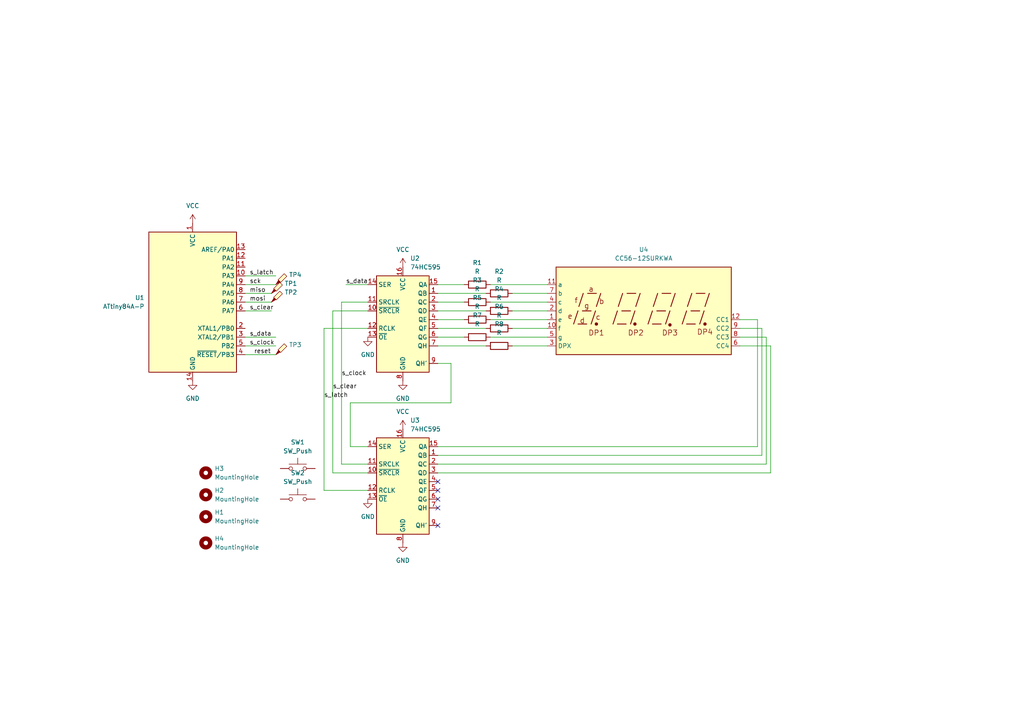
<source format=kicad_sch>
(kicad_sch (version 20250114) (generator "eeschema") (generator_version "9.0")
  (paper "A4")
  (lib_symbols
    (symbol "74xx:74HC595"
      (property "Reference" "U" (at -7.62 13.97 0))
      (property "Value" "74HC595" (at -7.62 -16.51 0))
      (symbol "74HC595_1_0"
        (pin input line (at -10.16 10.16 0) (length 2.54) (name "SER") (number "14"))
        (pin input line (at -10.16 5.08 0) (length 2.54) (name "SRCLK") (number "11"))
        (pin input line (at -10.16 2.54 0) (length 2.54) (name "~{SRCLR}") (number "10"))
        (pin input line (at -10.16 -2.54 0) (length 2.54) (name "RCLK") (number "12"))
        (pin input line (at -10.16 -5.08 0) (length 2.54) (name "~{OE}") (number "13"))
        (pin power_in line (at 0 15.24 270) (length 2.54) (name "VCC") (number "16"))
        (pin power_in line (at 0 -17.78 90) (length 2.54) (name "GND") (number "8"))
        (pin tri_state line (at 10.16 10.16 180) (length 2.54) (name "QA") (number "15"))
        (pin tri_state line (at 10.16 7.62 180) (length 2.54) (name "QB") (number "1"))
        (pin tri_state line (at 10.16 5.08 180) (length 2.54) (name "QC") (number "2"))
        (pin tri_state line (at 10.16 2.54 180) (length 2.54) (name "QD") (number "3"))
        (pin tri_state line (at 10.16 0 180) (length 2.54) (name "QE") (number "4"))
        (pin tri_state line (at 10.16 -2.54 180) (length 2.54) (name "QF") (number "5"))
        (pin tri_state line (at 10.16 -5.08 180) (length 2.54) (name "QG") (number "6"))
        (pin tri_state line (at 10.16 -7.62 180) (length 2.54) (name "QH") (number "7"))
        (pin output line (at 10.16 -12.7 180) (length 2.54) (name "QH'") (number "9"))
      )
      (symbol "74HC595_1_1"
        (rectangle (start -7.62 12.7) (end 7.62 -15.24) (stroke (width 0.254)) (fill (type background)))
      )
    )
    (symbol "Connector:TestPoint_Probe" (pin_numbers (hide yes)) (pin_names (offset 0.762) (hide yes))
      (property "Reference" "TP" (at 1.651 5.842 0))
      (property "Value" "TestPoint_Probe" (at 1.651 4.064 0))
      (symbol "TestPoint_Probe_0_1"
        (polyline (pts (xy 1.27 0.762) (xy 0 0) (xy 0.762 1.27) (xy 1.27 0.762)) (fill (type outline)))
        (polyline (pts (xy 1.397 0.635) (xy 0.635 1.397) (xy 2.413 3.175) (xy 3.175 2.413) (xy 1.397 0.635)) (fill (type background)))
      )
      (symbol "TestPoint_Probe_1_1"
        (pin passive line (at 0 0 90) (length 0) (name "1") (number "1"))
      )
    )
    (symbol "Device:R" (pin_numbers (hide yes)) (pin_names (offset 0))
      (property "Reference" "R" (at 2.032 0 90))
      (property "Value" "R" (at 0 0 90))
      (symbol "R_0_1"
        (rectangle (start -1.016 -2.54) (end 1.016 2.54) (stroke (width 0.254)))
      )
      (symbol "R_1_1"
        (pin passive line (at 0 3.81 270) (length 1.27) (name "~") (number "1"))
        (pin passive line (at 0 -3.81 90) (length 1.27) (name "~") (number "2"))
      )
    )
    (symbol "Display_Character:CC56-12SURKWA"
      (property "Reference" "U" (at -24.13 13.97 0))
      (property "Value" "CC56-12SURKWA" (at 16.51 13.97 0))
      (symbol "CC56-12SURKWA_0_0"
        (rectangle (start -25.4 12.7) (end 25.4 -12.7) (stroke (width 0.254)) (fill (type background)))
        (polyline (pts (xy -20.32 -3.81) (xy -19.05 0)) (stroke (width 0.254)))
        (polyline (pts (xy -19.05 -3.81) (xy -16.51 -3.81)) (stroke (width 0.254)))
        (polyline (pts (xy -18.796 1.27) (xy -17.526 5.08)) (stroke (width 0.254)))
        (polyline (pts (xy -17.78 0) (xy -15.24 0)) (stroke (width 0.254)))
        (polyline (pts (xy -16.256 5.08) (xy -13.716 5.08)) (stroke (width 0.254)))
        (polyline (pts (xy -15.24 -3.81) (xy -13.97 0)) (stroke (width 0.254)))
        (polyline (pts (xy -13.716 1.27) (xy -12.446 5.08)) (stroke (width 0.254)))
        (polyline (pts (xy -8.89 -3.81) (xy -7.62 0)) (stroke (width 0.254)))
        (polyline (pts (xy -7.62 -3.81) (xy -5.08 -3.81)) (stroke (width 0.254)))
        (polyline (pts (xy -7.366 1.27) (xy -6.096 5.08)) (stroke (width 0.254)))
        (polyline (pts (xy -6.35 0) (xy -3.81 0)) (stroke (width 0.254)))
        (polyline (pts (xy -4.826 5.08) (xy -2.286 5.08)) (stroke (width 0.254)))
        (polyline (pts (xy -3.81 -3.81) (xy -2.54 0)) (stroke (width 0.254)))
        (polyline (pts (xy -2.286 1.27) (xy -1.016 5.08)) (stroke (width 0.254)))
        (polyline (pts (xy 1.27 -3.81) (xy 2.54 0)) (stroke (width 0.254)))
        (polyline (pts (xy 2.54 -3.81) (xy 5.08 -3.81)) (stroke (width 0.254)))
        (polyline (pts (xy 2.794 1.27) (xy 4.064 5.08)) (stroke (width 0.254)))
        (polyline (pts (xy 3.81 0) (xy 6.35 0)) (stroke (width 0.254)))
        (polyline (pts (xy 5.334 5.08) (xy 7.874 5.08)) (stroke (width 0.254)))
        (polyline (pts (xy 6.35 -3.81) (xy 7.62 0)) (stroke (width 0.254)))
        (polyline (pts (xy 7.874 1.27) (xy 9.144 5.08)) (stroke (width 0.254)))
        (polyline (pts (xy 11.176 -3.81) (xy 12.446 0)) (stroke (width 0.254)))
        (polyline (pts (xy 12.446 -3.81) (xy 14.986 -3.81)) (stroke (width 0.254)))
        (polyline (pts (xy 12.7 1.27) (xy 13.97 5.08)) (stroke (width 0.254)))
        (polyline (pts (xy 13.716 0) (xy 16.256 0)) (stroke (width 0.254)))
        (polyline (pts (xy 15.24 5.08) (xy 17.78 5.08)) (stroke (width 0.254)))
        (polyline (pts (xy 16.256 -3.81) (xy 17.526 0)) (stroke (width 0.254)))
        (polyline (pts (xy 17.78 1.27) (xy 19.05 5.08)) (stroke (width 0.254)))
        (text "e" (at -21.336 -1.524 0) (effects (font (size 1.524 1.524))))
        (text "f" (at -19.558 3.048 0) (effects (font (size 1.524 1.524))))
        (text "d" (at -17.78 -2.794 0) (effects (font (size 1.524 1.524))))
        (text "g" (at -16.51 1.524 0) (effects (font (size 1.524 1.524))))
        (text "a" (at -15.24 6.35 0) (effects (font (size 1.524 1.524))))
        (text "DP1" (at -13.716 -6.35 0) (effects (font (size 1.524 1.524))))
        (text "c" (at -13.208 -1.778 0) (effects (font (size 1.524 1.524))))
        (text "b" (at -12.192 2.794 0) (effects (font (size 1.524 1.524))))
        (text "DP2" (at -2.286 -6.35 0) (effects (font (size 1.524 1.524))))
        (text "DP3" (at 7.62 -6.35 0) (effects (font (size 1.524 1.524))))
        (text "DP4" (at 17.78 -6.096 0) (effects (font (size 1.524 1.524))))
      )
      (symbol "CC56-12SURKWA_0_1"
        (circle (center -13.716 -3.81) (radius 0.3556) (stroke (width 0.254)) (fill (type outline)))
        (circle (center -2.54 -3.81) (radius 0.3556) (stroke (width 0.254)) (fill (type outline)))
      )
      (symbol "CC56-12SURKWA_1_0"
        (circle (center 7.62 -4.064) (radius 0.3556) (stroke (width 0.254)) (fill (type outline)))
        (circle (center 17.78 -3.81) (radius 0.3556) (stroke (width 0.254)) (fill (type outline)))
      )
      (symbol "CC56-12SURKWA_1_1"
        (pin input line (at -27.94 7.62 0) (length 2.54) (name "a") (number "11"))
        (pin input line (at -27.94 5.08 0) (length 2.54) (name "b") (number "7"))
        (pin input line (at -27.94 2.54 0) (length 2.54) (name "c") (number "4"))
        (pin input line (at -27.94 0 0) (length 2.54) (name "d") (number "2"))
        (pin input line (at -27.94 -2.54 0) (length 2.54) (name "e") (number "1"))
        (pin input line (at -27.94 -5.08 0) (length 2.54) (name "f") (number "10"))
        (pin input line (at -27.94 -7.62 0) (length 2.54) (name "g") (number "5"))
        (pin input line (at -27.94 -10.16 0) (length 2.54) (name "DPX") (number "3"))
        (pin input line (at 27.94 -2.54 180) (length 2.54) (name "CC1") (number "12"))
        (pin input line (at 27.94 -5.08 180) (length 2.54) (name "CC2") (number "9"))
        (pin input line (at 27.94 -7.62 180) (length 2.54) (name "CC3") (number "8"))
        (pin input line (at 27.94 -10.16 180) (length 2.54) (name "CC4") (number "6"))
      )
    )
    (symbol "MCU_Microchip_ATtiny:ATtiny84A-P"
      (property "Reference" "U" (at -12.7 21.59 0))
      (property "Value" "ATtiny84A-P" (at 2.54 -21.59 0))
      (symbol "ATtiny84A-P_0_1"
        (rectangle (start -12.7 -20.32) (end 12.7 20.32) (stroke (width 0.254)) (fill (type background)))
      )
      (symbol "ATtiny84A-P_1_1"
        (pin power_in line (at 0 22.86 270) (length 2.54) (name "VCC") (number "1"))
        (pin power_in line (at 0 -22.86 90) (length 2.54) (name "GND") (number "14"))
        (pin bidirectional line (at 15.24 15.24 180) (length 2.54) (name "AREF/PA0") (number "13"))
        (pin bidirectional line (at 15.24 12.7 180) (length 2.54) (name "PA1") (number "12"))
        (pin bidirectional line (at 15.24 10.16 180) (length 2.54) (name "PA2") (number "11"))
        (pin bidirectional line (at 15.24 7.62 180) (length 2.54) (name "PA3") (number "10"))
        (pin bidirectional line (at 15.24 5.08 180) (length 2.54) (name "PA4") (number "9"))
        (pin bidirectional line (at 15.24 2.54 180) (length 2.54) (name "PA5") (number "8"))
        (pin bidirectional line (at 15.24 0 180) (length 2.54) (name "PA6") (number "7"))
        (pin bidirectional line (at 15.24 -2.54 180) (length 2.54) (name "PA7") (number "6"))
        (pin bidirectional line (at 15.24 -7.62 180) (length 2.54) (name "XTAL1/PB0") (number "2"))
        (pin bidirectional line (at 15.24 -10.16 180) (length 2.54) (name "XTAL2/PB1") (number "3"))
        (pin bidirectional line (at 15.24 -12.7 180) (length 2.54) (name "PB2") (number "5"))
        (pin bidirectional line (at 15.24 -15.24 180) (length 2.54) (name "~{RESET}/PB3") (number "4"))
      )
    )
    (symbol "Mechanical:MountingHole" (pin_names (offset 1.016)) (in_bom no)
      (property "Reference" "H" (at 0 5.08 0))
      (property "Value" "MountingHole" (at 0 3.175 0))
      (symbol "MountingHole_0_1"
        (circle (center 0 0) (radius 1.27) (stroke (width 1.27)))
      )
    )
    (symbol "Switch:SW_Push" (pin_numbers (hide yes)) (pin_names (offset 1.016) (hide yes))
      (property "Reference" "SW" (at 1.27 2.54 0))
      (property "Value" "SW_Push" (at 0 -1.524 0))
      (symbol "SW_Push_0_1"
        (circle (center -2.032 0) (radius 0.508))
        (polyline (pts (xy 0 1.27) (xy 0 3.048)))
        (circle (center 2.032 0) (radius 0.508))
        (polyline (pts (xy 2.54 1.27) (xy -2.54 1.27)))
        (pin passive line (at -5.08 0 0) (length 2.54) (name "1") (number "1"))
        (pin passive line (at 5.08 0 180) (length 2.54) (name "2") (number "2"))
      )
    )
    (symbol "power:GND" (power) (pin_numbers (hide yes)) (pin_names (offset 0) (hide yes))
      (property "Value" "GND" (at 0 -3.81 0))
      (symbol "GND_0_1"
        (polyline (pts (xy 0 0) (xy 0 -1.27) (xy 1.27 -1.27) (xy 0 -2.54) (xy -1.27 -1.27) (xy 0 -1.27)))
      )
      (symbol "GND_1_1"
        (pin power_in line (at 0 0 270) (length 0) (name "~") (number "1"))
      )
    )
    (symbol "power:VCC" (power) (pin_numbers (hide yes)) (pin_names (offset 0) (hide yes))
      (property "Value" "VCC" (at 0 3.556 0))
      (symbol "VCC_0_1"
        (polyline (pts (xy -0.762 1.27) (xy 0 2.54)))
        (polyline (pts (xy 0 2.54) (xy 0.762 1.27)))
        (polyline (pts (xy 0 0) (xy 0 2.54)))
      )
      (symbol "VCC_1_1"
        (pin power_in line (at 0 0 90) (length 0) (name "~") (number "1"))
      )
    )
  )
  (no_connect (at 127 142.24))
  (no_connect (at 127 147.32))
  (no_connect (at 127 152.4))
  (no_connect (at 127 139.7))
  (no_connect (at 127 144.78))
  (wire (pts (xy 106.68 142.24) (xy 93.98 142.24)))
  (wire (pts (xy 223.52 137.16) (xy 223.52 100.33)))
  (wire (pts (xy 71.12 90.17) (xy 78.74 90.17)))
  (wire (pts (xy 71.12 87.63) (xy 78.74 87.63)))
  (wire (pts (xy 127 87.63) (xy 134.62 87.63)))
  (wire (pts (xy 93.98 95.25) (xy 106.68 95.25)))
  (wire (pts (xy 142.24 97.79) (xy 158.75 97.79)))
  (wire (pts (xy 71.12 100.33) (xy 80.01 100.33)))
  (wire (pts (xy 99.06 87.63) (xy 106.68 87.63)))
  (wire (pts (xy 71.12 97.79) (xy 80.01 97.79)))
  (wire (pts (xy 127 85.09) (xy 140.97 85.09)))
  (wire (pts (xy 71.12 80.01) (xy 80.01 80.01)))
  (wire (pts (xy 219.71 92.71) (xy 214.63 92.71)))
  (wire (pts (xy 142.24 82.55) (xy 158.75 82.55)))
  (wire (pts (xy 127 95.25) (xy 140.97 95.25)))
  (wire (pts (xy 148.59 85.09) (xy 158.75 85.09)))
  (wire (pts (xy 93.98 142.24) (xy 93.98 95.25)))
  (wire (pts (xy 106.68 134.62) (xy 99.06 134.62)))
  (wire (pts (xy 101.6 129.54) (xy 106.68 129.54)))
  (wire (pts (xy 71.12 85.09) (xy 78.74 85.09)))
  (wire (pts (xy 148.59 95.25) (xy 158.75 95.25)))
  (wire (pts (xy 148.59 100.33) (xy 158.75 100.33)))
  (wire (pts (xy 222.25 97.79) (xy 214.63 97.79)))
  (wire (pts (xy 214.63 95.25) (xy 220.98 95.25)))
  (wire (pts (xy 127 92.71) (xy 134.62 92.71)))
  (wire (pts (xy 127 137.16) (xy 223.52 137.16)))
  (wire (pts (xy 127 134.62) (xy 222.25 134.62)))
  (wire (pts (xy 99.06 134.62) (xy 99.06 87.63)))
  (wire (pts (xy 148.59 90.17) (xy 158.75 90.17)))
  (wire (pts (xy 127 129.54) (xy 219.71 129.54)))
  (wire (pts (xy 142.24 87.63) (xy 158.75 87.63)))
  (wire (pts (xy 127 97.79) (xy 134.62 97.79)))
  (wire (pts (xy 96.52 137.16) (xy 96.52 90.17)))
  (wire (pts (xy 96.52 137.16) (xy 106.68 137.16)))
  (wire (pts (xy 101.6 116.84) (xy 101.6 129.54)))
  (wire (pts (xy 127 90.17) (xy 140.97 90.17)))
  (wire (pts (xy 220.98 95.25) (xy 220.98 132.08)))
  (wire (pts (xy 130.81 105.41) (xy 130.81 116.84)))
  (wire (pts (xy 71.12 82.55) (xy 80.01 82.55)))
  (wire (pts (xy 127 100.33) (xy 140.97 100.33)))
  (wire (pts (xy 71.12 102.87) (xy 80.01 102.87)))
  (wire (pts (xy 223.52 100.33) (xy 214.63 100.33)))
  (wire (pts (xy 127 105.41) (xy 130.81 105.41)))
  (wire (pts (xy 222.25 134.62) (xy 222.25 97.79)))
  (wire (pts (xy 219.71 129.54) (xy 219.71 92.71)))
  (wire (pts (xy 106.68 90.17) (xy 96.52 90.17)))
  (wire (pts (xy 127 82.55) (xy 134.62 82.55)))
  (wire (pts (xy 130.81 116.84) (xy 101.6 116.84)))
  (wire (pts (xy 142.24 92.71) (xy 158.75 92.71)))
  (wire (pts (xy 100.33 82.55) (xy 106.68 82.55)))
  (wire (pts (xy 220.98 132.08) (xy 127 132.08)))
  (label "mosi" (at 72.39 87.63 0))
  (label "s_clear" (at 96.52 113.03 0))
  (label "s_data" (at 100.33 82.55 0))
  (label "s_clock" (at 99.06 109.22 0))
  (label "s_latch" (at 72.39 80.01 0))
  (label "miso" (at 72.39 85.09 0))
  (label "s_clock" (at 72.39 100.33 0))
  (label "s_data" (at 72.39 97.79 0))
  (label "reset" (at 73.66 102.87 0))
  (label "s_clear" (at 72.39 90.17 0))
  (label "sck" (at 72.39 82.55 0))
  (label "s_latch" (at 93.98 115.57 0))
  (symbol (lib_id "power:GND") (at 106.68 97.79 0) (unit 1)
    (property "Reference" "#PWR02" (effects (hide yes)))
    (property "Value" "GND" (at 106.68 102.87 0))
    (property "Description" "Power symbol creates a global label with name \"GND\" , ground" (effects (hide yes)))
  )
  (symbol (lib_id "Device:R") (at 138.43 82.55 90) (unit 1)
    (property "Reference" "R1" (at 138.43 76.2 90))
    (property "Value" "R" (at 138.43 78.74 90))
    (property "Description" "Resistor" (effects (hide yes)))
  )
  (symbol (lib_id "power:VCC") (at 55.88 64.77 0) (unit 1)
    (property "Reference" "#PWR06" (effects (hide yes)))
    (property "Value" "VCC" (at 55.88 59.69 0))
    (property "Description" "Power symbol creates a global label with name \"VCC\"" (effects (hide yes)))
  )
  (symbol (lib_id "Mechanical:MountingHole") (at 59.69 137.16 0) (unit 1) (in_bom no)
    (property "Reference" "H3" (at 62.23 135.8899 0) (effects (justify left)))
    (property "Value" "MountingHole" (at 62.23 138.4299 0) (effects (justify left)))
    (property "Footprint" "MountingHole:MountingHole_3.2mm_M3" (effects (hide yes)))
    (property "Description" "Mounting Hole without connection" (effects (hide yes)))
  )
  (symbol (lib_id "power:GND") (at 116.84 157.48 0) (unit 1)
    (property "Reference" "#PWR04" (effects (hide yes)))
    (property "Value" "GND" (at 116.84 162.56 0))
    (property "Description" "Power symbol creates a global label with name \"GND\" , ground" (effects (hide yes)))
  )
  (symbol (lib_id "Mechanical:MountingHole") (at 59.69 149.86 0) (unit 1) (in_bom no)
    (property "Reference" "H1" (at 62.23 148.5899 0) (effects (justify left)))
    (property "Value" "MountingHole" (at 62.23 151.1299 0) (effects (justify left)))
    (property "Footprint" "MountingHole:MountingHole_3.2mm_M3" (effects (hide yes)))
    (property "Description" "Mounting Hole without connection" (effects (hide yes)))
  )
  (symbol (lib_id "Connector:TestPoint_Probe") (at 78.74 87.63 0) (unit 1)
    (property "Reference" "TP2" (at 82.55 84.7724 0) (effects (justify left)))
    (property "Value" "TestPoint_Probe" (effects (hide yes)))
    (property "Footprint" "Connector_Pin:Pin_D1.0mm_L10.0mm" (effects (hide yes)))
    (property "Description" "test point (alternative probe-style design)" (effects (hide yes)))
  )
  (symbol (lib_id "MCU_Microchip_ATtiny:ATtiny84A-P") (at 55.88 87.63 0) (unit 1)
    (property "Reference" "U1" (at 41.91 86.3599 0) (effects (justify right)))
    (property "Value" "ATtiny84A-P" (at 41.91 88.8999 0) (effects (justify right)))
    (property "Footprint" "Package_DIP:DIP-14_W7.62mm" (effects (hide yes)))
    (property "Datasheet" "http://ww1.microchip.com/downloads/en/DeviceDoc/doc8183.pdf" (effects (hide yes)))
    (property "Description" "20MHz, 8kB Flash, 512B SRAM, 512B EEPROM, debugWIRE, DIP-14" (effects (hide yes)))
  )
  (symbol (lib_id "Display_Character:CC56-12SURKWA") (at 186.69 90.17 0) (unit 1)
    (property "Reference" "U4" (at 186.69 72.39 0))
    (property "Value" "CC56-12SURKWA" (at 186.69 74.93 0))
    (property "Footprint" "Display_7Segment:CA56-12SURKWA" (effects (hide yes)))
    (property "Datasheet" "http://www.kingbright.com/attachments/file/psearch/000/00/00/CC56-12SURKWA(Ver.7A).pdf" (effects (hide yes)))
    (property "Description" "4 digit 7 segment hyper red LED, common cathode" (effects (hide yes)))
  )
  (symbol (lib_id "power:VCC") (at 116.84 124.46 0) (unit 1)
    (property "Reference" "#PWR08" (effects (hide yes)))
    (property "Value" "VCC" (at 116.84 119.38 0))
    (property "Description" "Power symbol creates a global label with name \"VCC\"" (effects (hide yes)))
  )
  (symbol (lib_id "Switch:SW_Push") (at 86.36 135.89 0) (unit 1)
    (property "Reference" "SW1" (at 86.36 128.27 0))
    (property "Value" "SW_Push" (at 86.36 130.81 0))
    (property "Description" "Push button switch, generic, two pins" (effects (hide yes)))
  )
  (symbol (lib_id "Mechanical:MountingHole") (at 59.69 157.48 0) (unit 1) (in_bom no)
    (property "Reference" "H4" (at 62.23 156.2099 0) (effects (justify left)))
    (property "Value" "MountingHole" (at 62.23 158.7499 0) (effects (justify left)))
    (property "Footprint" "MountingHole:MountingHole_3.2mm_M3" (effects (hide yes)))
    (property "Description" "Mounting Hole without connection" (effects (hide yes)))
  )
  (symbol (lib_id "Device:R") (at 138.43 97.79 90) (unit 1)
    (property "Reference" "R7" (at 138.43 91.44 90))
    (property "Value" "R" (at 138.43 93.98 90))
    (property "Description" "Resistor" (effects (hide yes)))
  )
  (symbol (lib_id "power:VCC") (at 116.84 77.47 0) (unit 1)
    (property "Reference" "#PWR07" (effects (hide yes)))
    (property "Value" "VCC" (at 116.84 72.39 0))
    (property "Description" "Power symbol creates a global label with name \"VCC\"" (effects (hide yes)))
  )
  (symbol (lib_id "Device:R") (at 144.78 85.09 90) (unit 1)
    (property "Reference" "R2" (at 144.78 78.74 90))
    (property "Value" "R" (at 144.78 81.28 90))
    (property "Description" "Resistor" (effects (hide yes)))
  )
  (symbol (lib_id "power:GND") (at 106.68 144.78 0) (unit 1)
    (property "Reference" "#PWR03" (effects (hide yes)))
    (property "Value" "GND" (at 106.68 149.86 0))
    (property "Description" "Power symbol creates a global label with name \"GND\" , ground" (effects (hide yes)))
  )
  (symbol (lib_id "Connector:TestPoint_Probe") (at 78.74 85.09 0) (unit 1)
    (property "Reference" "TP1" (at 82.55 82.2324 0) (effects (justify left)))
    (property "Value" "TestPoint_Probe" (effects (hide yes)))
    (property "Footprint" "Connector_Pin:Pin_D1.0mm_L10.0mm" (effects (hide yes)))
    (property "Description" "test point (alternative probe-style design)" (effects (hide yes)))
  )
  (symbol (lib_id "power:GND") (at 116.84 110.49 0) (unit 1)
    (property "Reference" "#PWR01" (effects (hide yes)))
    (property "Value" "GND" (at 116.84 115.57 0))
    (property "Description" "Power symbol creates a global label with name \"GND\" , ground" (effects (hide yes)))
  )
  (symbol (lib_id "Connector:TestPoint_Probe") (at 80.01 102.87 0) (unit 1)
    (property "Reference" "TP3" (at 83.82 100.0124 0) (effects (justify left)))
    (property "Value" "TestPoint_Probe" (effects (hide yes)))
    (property "Footprint" "Connector_Pin:Pin_D1.0mm_L10.0mm" (effects (hide yes)))
    (property "Description" "test point (alternative probe-style design)" (effects (hide yes)))
  )
  (symbol (lib_id "power:GND") (at 55.88 110.49 0) (unit 1)
    (property "Reference" "#PWR05" (effects (hide yes)))
    (property "Value" "GND" (at 55.88 115.57 0))
    (property "Description" "Power symbol creates a global label with name \"GND\" , ground" (effects (hide yes)))
  )
  (symbol (lib_id "Device:R") (at 144.78 90.17 90) (unit 1)
    (property "Reference" "R4" (at 144.78 83.82 90))
    (property "Value" "R" (at 144.78 86.36 90))
    (property "Description" "Resistor" (effects (hide yes)))
  )
  (symbol (lib_id "Connector:TestPoint_Probe") (at 80.01 82.55 0) (unit 1)
    (property "Reference" "TP4" (at 83.82 79.6924 0) (effects (justify left)))
    (property "Value" "TestPoint_Probe" (effects (hide yes)))
    (property "Footprint" "Connector_Pin:Pin_D1.0mm_L10.0mm" (effects (hide yes)))
    (property "Description" "test point (alternative probe-style design)" (effects (hide yes)))
  )
  (symbol (lib_id "74xx:74HC595") (at 116.84 139.7 0) (unit 1)
    (property "Reference" "U3" (at 118.9833 121.92 0) (effects (justify left)))
    (property "Value" "74HC595" (at 118.9833 124.46 0) (effects (justify left)))
    (property "Datasheet" "http://www.ti.com/lit/ds/symlink/sn74hc595.pdf" (effects (hide yes)))
    (property "Description" "8-bit serial in/out Shift Register 3-State Outputs" (effects (hide yes)))
  )
  (symbol (lib_id "Switch:SW_Push") (at 86.36 144.78 0) (unit 1)
    (property "Reference" "SW2" (at 86.36 137.16 0))
    (property "Value" "SW_Push" (at 86.36 139.7 0))
    (property "Description" "Push button switch, generic, two pins" (effects (hide yes)))
  )
  (symbol (lib_id "Device:R") (at 138.43 92.71 90) (unit 1)
    (property "Reference" "R5" (at 138.43 86.36 90))
    (property "Value" "R" (at 138.43 88.9 90))
    (property "Description" "Resistor" (effects (hide yes)))
  )
  (symbol (lib_id "Device:R") (at 144.78 100.33 90) (unit 1)
    (property "Reference" "R8" (at 144.78 93.98 90))
    (property "Value" "R" (at 144.78 96.52 90))
    (property "Description" "Resistor" (effects (hide yes)))
  )
  (symbol (lib_id "Device:R") (at 138.43 87.63 90) (unit 1)
    (property "Reference" "R3" (at 138.43 81.28 90))
    (property "Value" "R" (at 138.43 83.82 90))
    (property "Description" "Resistor" (effects (hide yes)))
  )
  (symbol (lib_id "Device:R") (at 144.78 95.25 90) (unit 1)
    (property "Reference" "R6" (at 144.78 88.9 90))
    (property "Value" "R" (at 144.78 91.44 90))
    (property "Description" "Resistor" (effects (hide yes)))
  )
  (symbol (lib_id "Mechanical:MountingHole") (at 59.69 143.51 0) (unit 1) (in_bom no)
    (property "Reference" "H2" (at 62.23 142.2399 0) (effects (justify left)))
    (property "Value" "MountingHole" (at 62.23 144.7799 0) (effects (justify left)))
    (property "Footprint" "MountingHole:MountingHole_3.2mm_M3" (effects (hide yes)))
    (property "Description" "Mounting Hole without connection" (effects (hide yes)))
  )
  (symbol (lib_id "74xx:74HC595") (at 116.84 92.71 0) (unit 1)
    (property "Reference" "U2" (at 118.9833 74.93 0) (effects (justify left)))
    (property "Value" "74HC595" (at 118.9833 77.47 0) (effects (justify left)))
    (property "Datasheet" "http://www.ti.com/lit/ds/symlink/sn74hc595.pdf" (effects (hide yes)))
    (property "Description" "8-bit serial in/out Shift Register 3-State Outputs" (effects (hide yes)))
  )
)
</source>
